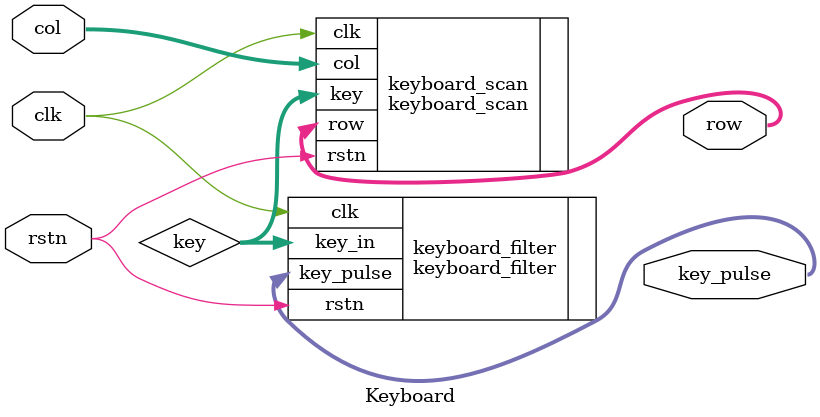
<source format=v>
 module Keyboard(
    input                  clk,
    input                  rstn,
    input        [3 :0]    col,
    output       [3 :0]    row,
    output       [15:0]    key_pulse

);

wire  [15:0]  key;
keyboard_scan keyboard_scan(
     .clk(clk)
    ,.rstn(rstn)
    ,.col(col)
    ,.row(row)
    ,.key(key)
);

keyboard_filter keyboard_filter(
     .clk(clk)
    ,.rstn(rstn)
    ,.key_in(key)
    ,.key_pulse(key_pulse)
);

endmodule
</source>
